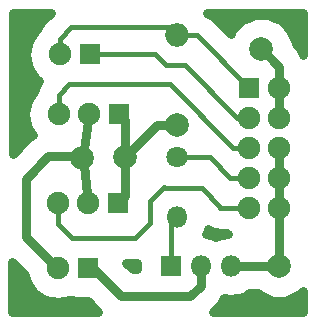
<source format=gbr>
G04 #@! TF.FileFunction,Copper,L2,Bot,Signal*
%FSLAX46Y46*%
G04 Gerber Fmt 4.6, Leading zero omitted, Abs format (unit mm)*
G04 Created by KiCad (PCBNEW 4.0.6) date 04/17/17 15:34:42*
%MOMM*%
%LPD*%
G01*
G04 APERTURE LIST*
%ADD10C,0.100000*%
%ADD11R,1.800000X1.800000*%
%ADD12O,1.800000X1.800000*%
%ADD13R,1.700000X1.700000*%
%ADD14O,1.900000X1.900000*%
%ADD15C,1.800000*%
%ADD16C,2.000000*%
%ADD17O,2.000000X2.000000*%
%ADD18C,1.998980*%
%ADD19C,0.600000*%
%ADD20C,0.400000*%
%ADD21C,0.800000*%
G04 APERTURE END LIST*
D10*
D11*
X167726360Y-105084880D03*
D12*
X170266360Y-105084880D03*
X172806360Y-105084880D03*
D13*
X160705800Y-105232200D03*
D14*
X158165800Y-105232200D03*
D13*
X163281360Y-99689920D03*
D14*
X160741360Y-99689920D03*
X158201360Y-99689920D03*
D13*
X163337240Y-92202000D03*
D14*
X160797240Y-92202000D03*
X158257240Y-92202000D03*
D13*
X160878520Y-87147400D03*
D14*
X158338520Y-87147400D03*
D13*
X174401480Y-89966800D03*
D14*
X176941480Y-89966800D03*
X174401480Y-92506800D03*
X176941480Y-92506800D03*
X174401480Y-95046800D03*
X176941480Y-95046800D03*
X174401480Y-97586800D03*
X176941480Y-97586800D03*
X174401480Y-100126800D03*
X176941480Y-100126800D03*
D15*
X168310560Y-95869760D03*
D12*
X168310560Y-100949760D03*
D16*
X168290240Y-93116400D03*
D17*
X168290240Y-85496400D03*
D18*
X175412400Y-86715600D03*
X160238440Y-95890080D03*
X163840160Y-95864680D03*
X176916080Y-105084880D03*
D19*
X176946560Y-105084880D03*
X175463200Y-86700360D03*
X160279080Y-95773240D03*
D20*
X167726360Y-105084880D02*
X167726360Y-100970080D01*
X167726360Y-100970080D02*
X168310560Y-100949760D01*
D21*
X170266360Y-105084880D02*
X170266360Y-106715560D01*
X163565840Y-107635040D02*
X161163000Y-105232200D01*
X169346880Y-107635040D02*
X163565840Y-107635040D01*
X170266360Y-106715560D02*
X169346880Y-107635040D01*
X161163000Y-105232200D02*
X160705800Y-105232200D01*
X168290240Y-93116400D02*
X166588440Y-93116400D01*
X166588440Y-93116400D02*
X163840160Y-95864680D01*
X163840160Y-95864680D02*
X163840160Y-99131120D01*
X163840160Y-99131120D02*
X163281360Y-99689920D01*
X163840160Y-95864680D02*
X163840160Y-92704920D01*
X163840160Y-92704920D02*
X163337240Y-92202000D01*
X163337240Y-99634040D02*
X163281360Y-99689920D01*
X176946560Y-105084880D02*
X172806360Y-105084880D01*
X176941480Y-100126800D02*
X176941480Y-105079800D01*
X176941480Y-105079800D02*
X176946560Y-105084880D01*
X163337240Y-99634040D02*
X163281360Y-99689920D01*
X163271200Y-99710240D02*
X163271200Y-99395280D01*
X176941480Y-97586800D02*
X176941480Y-100126800D01*
X176941480Y-95046800D02*
X176941480Y-97586800D01*
X158165800Y-105232200D02*
X158079440Y-105232200D01*
X158079440Y-105232200D02*
X155488640Y-102641400D01*
X157393640Y-95783400D02*
X160279080Y-95773240D01*
X155488640Y-97688400D02*
X157393640Y-95783400D01*
X155488640Y-102641400D02*
X155488640Y-97688400D01*
X160741360Y-99689920D02*
X160274000Y-95778320D01*
X160274000Y-95778320D02*
X160279080Y-95773240D01*
X176941480Y-89966800D02*
X176941480Y-88178640D01*
X176941480Y-88178640D02*
X175463200Y-86700360D01*
X160329880Y-95722440D02*
X160797240Y-92202000D01*
X160279080Y-95773240D02*
X160329880Y-95722440D01*
X160797240Y-99634040D02*
X160741360Y-99689920D01*
X158165800Y-105232200D02*
X158165800Y-105049320D01*
X160797240Y-99634040D02*
X160741360Y-99689920D01*
X160731200Y-92029280D02*
X160655000Y-91953080D01*
X176941480Y-89966800D02*
X176941480Y-92506800D01*
D20*
X171932600Y-100126800D02*
X171932600Y-100045520D01*
X174401480Y-100126800D02*
X171932600Y-100126800D01*
X170378120Y-98491040D02*
X167055800Y-98491040D01*
X171932600Y-100045520D02*
X170378120Y-98491040D01*
X158201360Y-99689920D02*
X158201360Y-101483160D01*
X166019480Y-99527360D02*
X167055800Y-98491040D01*
X167055800Y-98491040D02*
X167167560Y-98379280D01*
X166019480Y-101427280D02*
X166019480Y-99527360D01*
X164739320Y-102707440D02*
X166019480Y-101427280D01*
X159425640Y-102707440D02*
X164739320Y-102707440D01*
X158201360Y-101483160D02*
X159425640Y-102707440D01*
X158115000Y-99634040D02*
X158191200Y-99710240D01*
X158257240Y-92202000D02*
X158257240Y-90581480D01*
X172999400Y-95046800D02*
X174401480Y-95046800D01*
X167640000Y-89687400D02*
X172999400Y-95046800D01*
X159151320Y-89687400D02*
X167640000Y-89687400D01*
X158257240Y-90581480D02*
X159151320Y-89687400D01*
X158257240Y-92202000D02*
X158257240Y-91526360D01*
X160878520Y-87147400D02*
X166441120Y-87147400D01*
X173390560Y-92506800D02*
X174401480Y-92506800D01*
X168925240Y-88041480D02*
X173390560Y-92506800D01*
X167335200Y-88041480D02*
X168925240Y-88041480D01*
X166441120Y-87147400D02*
X167335200Y-88041480D01*
X158338520Y-87147400D02*
X158338520Y-85831680D01*
X167650160Y-84856320D02*
X168290240Y-85496400D01*
X159313880Y-84856320D02*
X167650160Y-84856320D01*
X158338520Y-85831680D02*
X159313880Y-84856320D01*
X168290240Y-85496400D02*
X169931080Y-85496400D01*
X169931080Y-85496400D02*
X174401480Y-89966800D01*
X168310560Y-95869760D02*
X171028360Y-95869760D01*
X172745400Y-97586800D02*
X174401480Y-97586800D01*
X171028360Y-95869760D02*
X172745400Y-97586800D01*
D21*
G36*
X155423369Y-105828820D02*
X155532743Y-106378683D01*
X156150546Y-107303289D01*
X157075152Y-107921092D01*
X158165800Y-108138035D01*
X159256448Y-107921092D01*
X159282911Y-107903410D01*
X159855800Y-108019423D01*
X160697531Y-108019423D01*
X161593095Y-108914987D01*
X154325169Y-108916440D01*
X154337351Y-104742803D01*
X155423369Y-105828820D01*
X155423369Y-105828820D01*
G37*
X155423369Y-105828820D02*
X155532743Y-106378683D01*
X156150546Y-107303289D01*
X157075152Y-107921092D01*
X158165800Y-108138035D01*
X159256448Y-107921092D01*
X159282911Y-107903410D01*
X159855800Y-108019423D01*
X160697531Y-108019423D01*
X161593095Y-108914987D01*
X154325169Y-108916440D01*
X154337351Y-104742803D01*
X155423369Y-105828820D01*
G36*
X178939863Y-108911520D02*
X171321569Y-108913043D01*
X171892706Y-108341906D01*
X172263006Y-107787712D01*
X172751505Y-107884880D01*
X172861215Y-107884880D01*
X173932729Y-107671743D01*
X174362049Y-107384880D01*
X175115146Y-107384880D01*
X175260146Y-107530133D01*
X175260310Y-107533981D01*
X175266648Y-107536647D01*
X175271507Y-107541514D01*
X175798124Y-107760185D01*
X176323579Y-107981190D01*
X176330454Y-107981227D01*
X176336806Y-107983865D01*
X176907205Y-107984363D01*
X177477050Y-107987461D01*
X177483413Y-107984866D01*
X177490294Y-107984872D01*
X178017480Y-107767043D01*
X178545119Y-107551842D01*
X178556159Y-107544465D01*
X178556363Y-107544381D01*
X178556520Y-107544224D01*
X178571850Y-107533981D01*
X178572075Y-107528696D01*
X178942596Y-107158821D01*
X178939863Y-108911520D01*
X178939863Y-108911520D01*
G37*
X178939863Y-108911520D02*
X171321569Y-108913043D01*
X171892706Y-108341906D01*
X172263006Y-107787712D01*
X172751505Y-107884880D01*
X172861215Y-107884880D01*
X173932729Y-107671743D01*
X174362049Y-107384880D01*
X175115146Y-107384880D01*
X175260146Y-107530133D01*
X175260310Y-107533981D01*
X175266648Y-107536647D01*
X175271507Y-107541514D01*
X175798124Y-107760185D01*
X176323579Y-107981190D01*
X176330454Y-107981227D01*
X176336806Y-107983865D01*
X176907205Y-107984363D01*
X177477050Y-107987461D01*
X177483413Y-107984866D01*
X177490294Y-107984872D01*
X178017480Y-107767043D01*
X178545119Y-107551842D01*
X178556159Y-107544465D01*
X178556363Y-107544381D01*
X178556520Y-107544224D01*
X178571850Y-107533981D01*
X178572075Y-107528696D01*
X178942596Y-107158821D01*
X178939863Y-108911520D01*
G36*
X164889137Y-105335040D02*
X164518532Y-105335040D01*
X163990932Y-104807440D01*
X164739320Y-104807440D01*
X164889137Y-104777640D01*
X164889137Y-105335040D01*
X164889137Y-105335040D01*
G37*
X164889137Y-105335040D02*
X164518532Y-105335040D01*
X163990932Y-104807440D01*
X164739320Y-104807440D01*
X164889137Y-104777640D01*
X164889137Y-105335040D01*
G36*
X171128965Y-102066947D02*
X171932600Y-102226800D01*
X172457222Y-102226800D01*
X172591714Y-102316664D01*
X171679991Y-102498017D01*
X171536360Y-102593988D01*
X171392729Y-102498017D01*
X170706705Y-102361559D01*
X170897423Y-102076129D01*
X170926199Y-101931463D01*
X171128965Y-102066947D01*
X171128965Y-102066947D01*
G37*
X171128965Y-102066947D02*
X171932600Y-102226800D01*
X172457222Y-102226800D01*
X172591714Y-102316664D01*
X171679991Y-102498017D01*
X171536360Y-102593988D01*
X171392729Y-102498017D01*
X170706705Y-102361559D01*
X170897423Y-102076129D01*
X170926199Y-101931463D01*
X171128965Y-102066947D01*
G36*
X157584928Y-83615424D02*
X156853596Y-84346756D01*
X156400689Y-85024578D01*
X156323266Y-85076311D01*
X155705463Y-86000917D01*
X155488520Y-87091565D01*
X155488520Y-87203235D01*
X155705463Y-88293883D01*
X156323266Y-89218489D01*
X156577387Y-89388288D01*
X156317093Y-89777845D01*
X156247611Y-90127152D01*
X156241986Y-90130911D01*
X155624183Y-91055517D01*
X155407240Y-92146165D01*
X155407240Y-92257835D01*
X155624183Y-93348483D01*
X156041867Y-93973591D01*
X155767295Y-94157054D01*
X154364154Y-95560194D01*
X154399032Y-83610960D01*
X157584928Y-83615424D01*
X157584928Y-83615424D01*
G37*
X157584928Y-83615424D02*
X156853596Y-84346756D01*
X156400689Y-85024578D01*
X156323266Y-85076311D01*
X155705463Y-86000917D01*
X155488520Y-87091565D01*
X155488520Y-87203235D01*
X155705463Y-88293883D01*
X156323266Y-89218489D01*
X156577387Y-89388288D01*
X156317093Y-89777845D01*
X156247611Y-90127152D01*
X156241986Y-90130911D01*
X155624183Y-91055517D01*
X155407240Y-92146165D01*
X155407240Y-92257835D01*
X155624183Y-93348483D01*
X156041867Y-93973591D01*
X155767295Y-94157054D01*
X154364154Y-95560194D01*
X154399032Y-83610960D01*
X157584928Y-83615424D01*
G36*
X178979256Y-83645399D02*
X178973777Y-87159843D01*
X178837787Y-86956320D01*
X178567826Y-86552294D01*
X178567823Y-86552292D01*
X178314198Y-86298667D01*
X178314981Y-86154630D01*
X178312386Y-86148267D01*
X178312392Y-86141386D01*
X178094563Y-85614200D01*
X177879362Y-85086561D01*
X177871985Y-85075521D01*
X177871901Y-85075317D01*
X177871744Y-85075160D01*
X177861501Y-85059830D01*
X177856216Y-85059605D01*
X177068334Y-84270347D01*
X177068170Y-84266499D01*
X177061832Y-84263833D01*
X177056973Y-84258966D01*
X176530356Y-84040295D01*
X176004901Y-83819290D01*
X175998026Y-83819253D01*
X175991674Y-83816615D01*
X175421275Y-83816117D01*
X174851430Y-83813019D01*
X174845067Y-83815614D01*
X174838186Y-83815608D01*
X174311000Y-84033437D01*
X173783361Y-84248638D01*
X173772321Y-84256015D01*
X173772117Y-84256099D01*
X173771960Y-84256256D01*
X173756630Y-84266499D01*
X173756405Y-84271784D01*
X172967147Y-85059666D01*
X172963299Y-85059830D01*
X172960633Y-85066168D01*
X172955766Y-85071027D01*
X172814870Y-85410342D01*
X171416004Y-84011476D01*
X170851088Y-83634011D01*
X178979256Y-83645399D01*
X178979256Y-83645399D01*
G37*
X178979256Y-83645399D02*
X178973777Y-87159843D01*
X178837787Y-86956320D01*
X178567826Y-86552294D01*
X178567823Y-86552292D01*
X178314198Y-86298667D01*
X178314981Y-86154630D01*
X178312386Y-86148267D01*
X178312392Y-86141386D01*
X178094563Y-85614200D01*
X177879362Y-85086561D01*
X177871985Y-85075521D01*
X177871901Y-85075317D01*
X177871744Y-85075160D01*
X177861501Y-85059830D01*
X177856216Y-85059605D01*
X177068334Y-84270347D01*
X177068170Y-84266499D01*
X177061832Y-84263833D01*
X177056973Y-84258966D01*
X176530356Y-84040295D01*
X176004901Y-83819290D01*
X175998026Y-83819253D01*
X175991674Y-83816615D01*
X175421275Y-83816117D01*
X174851430Y-83813019D01*
X174845067Y-83815614D01*
X174838186Y-83815608D01*
X174311000Y-84033437D01*
X173783361Y-84248638D01*
X173772321Y-84256015D01*
X173772117Y-84256099D01*
X173771960Y-84256256D01*
X173756630Y-84266499D01*
X173756405Y-84271784D01*
X172967147Y-85059666D01*
X172963299Y-85059830D01*
X172960633Y-85066168D01*
X172955766Y-85071027D01*
X172814870Y-85410342D01*
X171416004Y-84011476D01*
X170851088Y-83634011D01*
X178979256Y-83645399D01*
M02*

</source>
